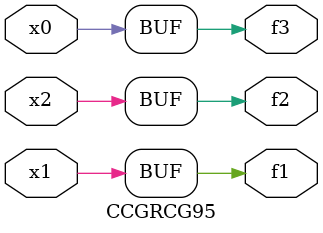
<source format=v>
module CCGRCG95(
	input x0, x1, x2,
	output f1, f2, f3
);
	assign f1 = x1;
	assign f2 = x2;
	assign f3 = x0;
endmodule

</source>
